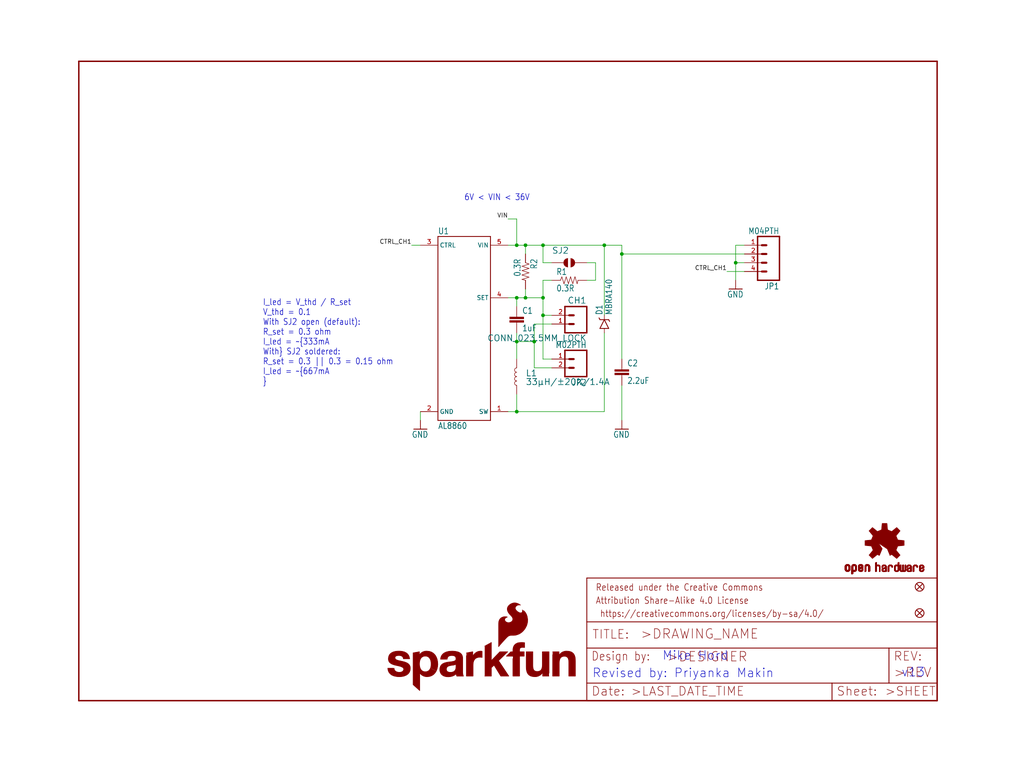
<source format=kicad_sch>
(kicad_sch (version 20211123) (generator eeschema)
  (paper "User" 297.002 223.926)
  (lib_symbols
    (symbol "schematicEagle-eagle-import:0.3OHM-1{slash}8W-1%(0805)"
      (property "Reference" "R" (at -3.81 1.4986 0))
      (property "Value" "0.3OHM-1{slash}8W-1%(0805)" (at -3.81 -3.302 0))
      (symbol "0.3OHM-1{slash}8W-1%(0805)_1_0"
        (pin passive line (at -5.08 0 0) (length 2.54) (name "1") (number "1"))
        (pin passive line (at 5.08 0 180) (length 2.54) (name "2") (number "2"))
      )
    )
    (symbol "schematicEagle-eagle-import:1.0UF50V10%(1206)"
      (property "Reference" "C" (at 1.524 2.921 0))
      (property "Value" "1.0UF50V10%(1206)" (at 1.524 -2.159 0))
      (symbol "1.0UF50V10%(1206)_1_0"
        (pin passive line (at 0 5.08 270) (length 2.54) (name "1") (number "1"))
        (pin passive line (at 0 -2.54 90) (length 2.54) (name "2") (number "2"))
      )
    )
    (symbol "schematicEagle-eagle-import:2.2UF50V10%(1206)"
      (property "Reference" "C" (at 1.524 2.921 0))
      (property "Value" "2.2UF50V10%(1206)" (at 1.524 -2.159 0))
      (symbol "2.2UF50V10%(1206)_1_0"
        (pin passive line (at 0 5.08 270) (length 2.54) (name "1") (number "1"))
        (pin passive line (at 0 -2.54 90) (length 2.54) (name "2") (number "2"))
      )
    )
    (symbol "schematicEagle-eagle-import:AL8860"
      (property "Value" "AL8860" (at -7.62 -35.56 0))
      (symbol "AL8860_1_0"
        (pin bidirectional line (at 12.7 -30.48 180) (length 5.08) (name "SW") (number "1"))
        (pin bidirectional line (at -12.7 -30.48 0) (length 5.08) (name "GND") (number "2"))
        (pin bidirectional line (at -12.7 17.78 0) (length 5.08) (name "CTRL") (number "3"))
        (pin bidirectional line (at 12.7 2.54 180) (length 5.08) (name "SET") (number "4"))
        (pin bidirectional line (at 12.7 17.78 180) (length 5.08) (name "VIN") (number "5"))
      )
    )
    (symbol "schematicEagle-eagle-import:CONN_023.5MM_LOCK"
      (property "Reference" "J" (at -2.54 5.588 0))
      (property "Value" "CONN_023.5MM_LOCK" (at -2.54 -4.826 0))
      (symbol "CONN_023.5MM_LOCK_1_0"
        (pin passive line (at 7.62 0 180) (length 5.08) (name "1") (number "1"))
        (pin passive line (at 7.62 2.54 180) (length 5.08) (name "2") (number "2"))
      )
    )
    (symbol "schematicEagle-eagle-import:DIODE-SCHOTTKY-MBRA140"
      (property "Reference" "D" (at 2.54 0.4826 0))
      (property "Value" "DIODE-SCHOTTKY-MBRA140" (at 2.54 -2.3114 0))
      (symbol "DIODE-SCHOTTKY-MBRA140_1_0"
        (pin passive line (at -2.54 0 0) (length 0) (name "A") (number "A"))
        (pin passive line (at 2.54 0 180) (length 0) (name "C") (number "C"))
      )
    )
    (symbol "schematicEagle-eagle-import:FIDUCIAL1X2")
    (symbol "schematicEagle-eagle-import:FRAME-LETTER"
      (symbol "FRAME-LETTER_2_0"
        (text " https://creativecommons.org/licenses/by-sa/4.0/" (at 2.54 24.13 0) (effects (font (size 1.9304 1.6408)) (justify left bottom)))
        (text ">DESIGNER" (at 23.114 11.176 0) (effects (font (size 2.7432 2.7432)) (justify left bottom)))
        (text ">DRAWING_NAME" (at 15.494 17.78 0) (effects (font (size 2.7432 2.7432)) (justify left bottom)))
        (text ">LAST_DATE_TIME" (at 12.7 1.27 0) (effects (font (size 2.54 2.54)) (justify left bottom)))
        (text ">REV" (at 88.9 6.604 0) (effects (font (size 2.7432 2.7432)) (justify left bottom)))
        (text ">SHEET" (at 86.36 1.27 0) (effects (font (size 2.54 2.54)) (justify left bottom)))
        (text "Attribution Share-Alike 4.0 License" (at 2.54 27.94 0) (effects (font (size 1.9304 1.6408)) (justify left bottom)))
        (text "Date:" (at 1.27 1.27 0) (effects (font (size 2.54 2.54)) (justify left bottom)))
        (text "Design by:" (at 1.27 11.43 0) (effects (font (size 2.54 2.159)) (justify left bottom)))
        (text "Released under the Creative Commons" (at 2.54 31.75 0) (effects (font (size 1.9304 1.6408)) (justify left bottom)))
        (text "REV:" (at 88.9 11.43 0) (effects (font (size 2.54 2.54)) (justify left bottom)))
        (text "Sheet:" (at 72.39 1.27 0) (effects (font (size 2.54 2.54)) (justify left bottom)))
        (text "TITLE:" (at 1.524 17.78 0) (effects (font (size 2.54 2.54)) (justify left bottom)))
      )
    )
    (symbol "schematicEagle-eagle-import:GND" (power)
      (property "Value" "GND" (at 0 -0.254 0))
      (symbol "GND_1_0"
        (pin power_in line (at 0 2.54 270) (length 2.54) (name "GND") (number "1"))
      )
    )
    (symbol "schematicEagle-eagle-import:INDUCTOR-SRN6045-33UH"
      (property "Reference" "L" (at 1.27 2.54 0))
      (property "Value" "INDUCTOR-SRN6045-33UH" (at 1.27 -2.54 0))
      (symbol "INDUCTOR-SRN6045-33UH_1_0"
        (pin passive line (at 0 5.08 270) (length 2.54) (name "1") (number "1"))
        (pin passive line (at 0 -5.08 90) (length 2.54) (name "2") (number "2"))
      )
    )
    (symbol "schematicEagle-eagle-import:JUMPER-SMT_2_NO_NO-SILK"
      (property "Reference" "JP" (at 0 2.794 0))
      (property "Value" "JUMPER-SMT_2_NO_NO-SILK" (at 0 -2.794 0))
      (symbol "JUMPER-SMT_2_NO_NO-SILK_1_0"
        (pin passive line (at -5.08 0 0) (length 2.54) (name "1") (number "1"))
        (pin passive line (at 5.08 0 180) (length 2.54) (name "2") (number "2"))
      )
    )
    (symbol "schematicEagle-eagle-import:M02PTH"
      (property "Reference" "JP" (at -2.54 5.842 0))
      (property "Value" "M02PTH" (at -2.54 -5.08 0))
      (symbol "M02PTH_1_0"
        (pin passive line (at 7.62 0 180) (length 5.08) (name "1") (number "1"))
        (pin passive line (at 7.62 2.54 180) (length 5.08) (name "2") (number "2"))
      )
    )
    (symbol "schematicEagle-eagle-import:M04PTH"
      (property "Reference" "JP" (at -5.08 8.382 0))
      (property "Value" "M04PTH" (at -5.08 -7.62 0))
      (symbol "M04PTH_1_0"
        (pin passive line (at 5.08 -2.54 180) (length 5.08) (name "1") (number "1"))
        (pin passive line (at 5.08 0 180) (length 5.08) (name "2") (number "2"))
        (pin passive line (at 5.08 2.54 180) (length 5.08) (name "3") (number "3"))
        (pin passive line (at 5.08 5.08 180) (length 5.08) (name "4") (number "4"))
      )
    )
    (symbol "schematicEagle-eagle-import:OSHW-LOGOS")
    (symbol "schematicEagle-eagle-import:SFE_LOGO_NAME_FLAME.1_INCH")
  )
  (junction (at 154.94 99.06))
  (junction (at 157.48 91.44))
  (junction (at 149.86 86.36))
  (junction (at 149.86 71.12))
  (junction (at 175.26 71.12))
  (junction (at 157.48 71.12))
  (junction (at 152.4 86.36))
  (junction (at 180.34 73.66))
  (junction (at 157.48 86.36))
  (junction (at 213.36 76.2))
  (junction (at 152.4 71.12))
  (junction (at 149.86 119.38))
  (junction (at 149.86 99.06))
  (wire (pts (xy 149.86 119.38) (xy 149.86 114.3)))
  (wire (pts (xy 149.86 71.12) (xy 149.86 63.5)))
  (wire (pts (xy 121.92 121.92) (xy 121.92 119.38)))
  (wire (pts (xy 175.26 119.38) (xy 175.26 96.52)))
  (wire (pts (xy 147.32 71.12) (xy 149.86 71.12)))
  (wire (pts (xy 157.48 86.36) (xy 157.48 91.44)))
  (wire (pts (xy 147.32 119.38) (xy 149.86 119.38)))
  (wire (pts (xy 172.72 76.2) (xy 170.18 76.2)))
  (wire (pts (xy 180.34 73.66) (xy 180.34 104.14)))
  (wire (pts (xy 152.4 73.66) (xy 152.4 71.12)))
  (wire (pts (xy 172.72 81.28) (xy 172.72 76.2)))
  (wire (pts (xy 175.26 91.44) (xy 175.26 71.12)))
  (wire (pts (xy 149.86 96.52) (xy 149.86 99.06)))
  (wire (pts (xy 213.36 81.28) (xy 213.36 76.2)))
  (wire (pts (xy 149.86 88.9) (xy 149.86 86.36)))
  (wire (pts (xy 149.86 99.06) (xy 149.86 104.14)))
  (wire (pts (xy 149.86 86.36) (xy 152.4 86.36)))
  (wire (pts (xy 213.36 71.12) (xy 215.9 71.12)))
  (wire (pts (xy 157.48 104.14) (xy 160.02 104.14)))
  (wire (pts (xy 152.4 71.12) (xy 157.48 71.12)))
  (wire (pts (xy 213.36 76.2) (xy 213.36 71.12)))
  (wire (pts (xy 152.4 83.82) (xy 152.4 86.36)))
  (wire (pts (xy 160.02 106.68) (xy 154.94 106.68)))
  (wire (pts (xy 121.92 71.12) (xy 119.38 71.12)))
  (wire (pts (xy 215.9 76.2) (xy 213.36 76.2)))
  (wire (pts (xy 180.34 111.76) (xy 180.34 121.92)))
  (wire (pts (xy 154.94 99.06) (xy 149.86 99.06)))
  (wire (pts (xy 170.18 81.28) (xy 172.72 81.28)))
  (wire (pts (xy 157.48 71.12) (xy 175.26 71.12)))
  (wire (pts (xy 157.48 91.44) (xy 160.02 91.44)))
  (wire (pts (xy 154.94 99.06) (xy 154.94 93.98)))
  (wire (pts (xy 175.26 71.12) (xy 180.34 71.12)))
  (wire (pts (xy 152.4 86.36) (xy 157.48 86.36)))
  (wire (pts (xy 157.48 86.36) (xy 157.48 81.28)))
  (wire (pts (xy 157.48 91.44) (xy 157.48 104.14)))
  (wire (pts (xy 149.86 71.12) (xy 152.4 71.12)))
  (wire (pts (xy 154.94 106.68) (xy 154.94 99.06)))
  (wire (pts (xy 157.48 76.2) (xy 157.48 71.12)))
  (wire (pts (xy 215.9 78.74) (xy 210.82 78.74)))
  (wire (pts (xy 215.9 73.66) (xy 180.34 73.66)))
  (wire (pts (xy 147.32 86.36) (xy 149.86 86.36)))
  (wire (pts (xy 149.86 63.5) (xy 147.32 63.5)))
  (wire (pts (xy 149.86 119.38) (xy 175.26 119.38)))
  (wire (pts (xy 160.02 76.2) (xy 157.48 76.2)))
  (wire (pts (xy 157.48 81.28) (xy 160.02 81.28)))
  (wire (pts (xy 180.34 71.12) (xy 180.34 73.66)))
  (wire (pts (xy 154.94 93.98) (xy 160.02 93.98)))
  (text "v13" (at 261.366 196.596 180) (effects (font (size 2.54 2.54)) (justify left bottom)))
  (text "Revised by: Priyanka Makin" (at 171.704 196.85 180) (effects (font (size 2.54 2.54)) (justify left bottom)))
  (text "6V < VIN < 36V" (at 134.62 58.42 180) (effects (font (size 1.778 1.5113)) (justify left bottom)))
  (text "I_led = V_thd / R_set\nV_thd = 0.1\nWith SJ2 open (default):\nR_set = 0.3 ohm\nI_led = ~{333mA\nWith} SJ2 soldered:\nR_set = 0.3 || 0.3 = 0.15 ohm\nI_led = ~{667mA\n}" (at 76.2 111.76 0) (effects (font (size 1.778 1.5113)) (justify left bottom)))
  (text "Mike Hord" (at 192.024 191.77 180) (effects (font (size 2.54 2.54)) (justify left bottom)))
  (label "CTRL_CH1" (at 210.82 78.74 180) (effects (font (size 1.2446 1.2446))))
  (label "CTRL_CH1" (at 119.38 71.12 180) (effects (font (size 1.2446 1.2446))))
  (label "VIN" (at 147.32 63.5 180) (effects (font (size 1.2446 1.2446))))
  (symbol (lib_id "schematicEagle-eagle-import:FRAME-LETTER") (at 22.86 203.2 0) (unit 1)
    (property "Reference" "FRAME1" (effects hide))
    (property "Value" "FRAME-LETTER" (effects hide))
    (property "Footprint" "schematicEagle:CREATIVE_COMMONS" (effects hide))
  )
  (symbol (lib_id "schematicEagle-eagle-import:FIDUCIAL1X2") (at 266.7 177.8 0) (unit 1)
    (property "Reference" "FID2" (effects hide))
    (property "Value" "FIDUCIAL1X2" (effects hide))
    (property "Footprint" "schematicEagle:FIDUCIAL-1X2" (effects hide))
  )
  (symbol (lib_id "schematicEagle-eagle-import:GND") (at 213.36 83.82 0) (unit 1)
    (property "Reference" "#GND1" (effects hide))
    (property "Value" "GND" (at 210.82 86.36 0) (effects (font (size 1.778 1.5113)) (justify left bottom)))
    (property "Footprint" "schematicEagle:" (effects hide))
  )
  (symbol (lib_id "schematicEagle-eagle-import:0.3OHM-1{slash}8W-1%(0805)") (at 152.4 78.74 270) (unit 1)
    (property "Reference" "R2" (at 153.8986 74.93 0) (effects (font (size 1.778 1.5113)) (justify left bottom)))
    (property "Value" "0.3R" (at 149.098 74.93 0) (effects (font (size 1.778 1.5113)) (justify left bottom)))
    (property "Footprint" "schematicEagle:0805" (effects hide))
  )
  (symbol (lib_id "schematicEagle-eagle-import:2.2UF50V10%(1206)") (at 180.34 109.22 0) (unit 1)
    (property "Reference" "C2" (at 181.864 106.299 0) (effects (font (size 1.778 1.5113)) (justify left bottom)))
    (property "Value" "2.2uF" (at 181.864 111.379 0) (effects (font (size 1.778 1.5113)) (justify left bottom)))
    (property "Footprint" "schematicEagle:1206-CAP" (effects hide))
  )
  (symbol (lib_id "schematicEagle-eagle-import:OSHW-LOGOS") (at 256.54 157.48 0) (unit 1)
    (property "Reference" "LOGO1" (effects hide))
    (property "Value" "OSHW-LOGOS" (effects hide))
    (property "Footprint" "schematicEagle:OSHW-LOGO-S" (effects hide))
  )
  (symbol (lib_id "schematicEagle-eagle-import:DIODE-SCHOTTKY-MBRA140") (at 175.26 93.98 90) (unit 1)
    (property "Reference" "D1" (at 174.7774 91.44 0) (effects (font (size 1.778 1.5113)) (justify left bottom)))
    (property "Value" "MBRA140" (at 177.5714 91.44 0) (effects (font (size 1.778 1.5113)) (justify left bottom)))
    (property "Footprint" "schematicEagle:SMA-DIODE" (effects hide))
  )
  (symbol (lib_id "schematicEagle-eagle-import:GND") (at 121.92 124.46 0) (unit 1)
    (property "Reference" "#GND6" (effects hide))
    (property "Value" "GND" (at 119.38 127 0) (effects (font (size 1.778 1.5113)) (justify left bottom)))
    (property "Footprint" "schematicEagle:" (effects hide))
  )
  (symbol (lib_id "schematicEagle-eagle-import:AL8860") (at 134.62 88.9 0) (unit 1)
    (property "Reference" "U1" (at 127 66.04 0) (effects (font (size 1.778 1.5113)) (justify left top)))
    (property "Value" "AL8860" (at 127 124.46 0) (effects (font (size 1.778 1.5113)) (justify left bottom)))
    (property "Footprint" "schematicEagle:SOT23-5" (effects hide))
  )
  (symbol (lib_id "schematicEagle-eagle-import:CONN_023.5MM_LOCK") (at 167.64 93.98 0) (mirror y) (unit 1)
    (property "Reference" "CH1" (at 170.18 88.138 0) (effects (font (size 1.778 1.778)) (justify left bottom)))
    (property "Value" "CONN_023.5MM_LOCK" (at 170.18 99.06 0) (effects (font (size 1.778 1.778)) (justify left bottom)))
    (property "Footprint" "schematicEagle:SCREWTERMINAL-3.5MM-2_LOCK" (effects hide))
  )
  (symbol (lib_id "schematicEagle-eagle-import:FIDUCIAL1X2") (at 266.7 170.18 0) (unit 1)
    (property "Reference" "FID1" (effects hide))
    (property "Value" "FIDUCIAL1X2" (effects hide))
    (property "Footprint" "schematicEagle:FIDUCIAL-1X2" (effects hide))
  )
  (symbol (lib_id "schematicEagle-eagle-import:INDUCTOR-SRN6045-33UH") (at 149.86 109.22 180) (unit 1)
    (property "Reference" "L1" (at 152.4 109.22 0) (effects (font (size 1.778 1.778)) (justify right top)))
    (property "Value" "33µH/±20%/1.4A" (at 152.4 111.76 0) (effects (font (size 1.778 1.778)) (justify right top)))
    (property "Footprint" "schematicEagle:SRN6045" (effects hide))
  )
  (symbol (lib_id "schematicEagle-eagle-import:M02PTH") (at 167.64 104.14 180) (unit 1)
    (property "Reference" "JP2" (at 170.18 109.982 0) (effects (font (size 1.778 1.5113)) (justify left bottom)))
    (property "Value" "M02PTH" (at 170.18 99.06 0) (effects (font (size 1.778 1.5113)) (justify left bottom)))
    (property "Footprint" "schematicEagle:1X02@1" (effects hide))
  )
  (symbol (lib_id "schematicEagle-eagle-import:1.0UF50V10%(1206)") (at 149.86 93.98 0) (unit 1)
    (property "Reference" "C1" (at 151.384 91.059 0) (effects (font (size 1.778 1.5113)) (justify left bottom)))
    (property "Value" "1uF" (at 151.384 96.139 0) (effects (font (size 1.778 1.5113)) (justify left bottom)))
    (property "Footprint" "schematicEagle:1206-CAP" (effects hide))
  )
  (symbol (lib_id "schematicEagle-eagle-import:0.3OHM-1{slash}8W-1%(0805)") (at 165.1 81.28 0) (unit 1)
    (property "Reference" "R1" (at 161.29 79.7814 0) (effects (font (size 1.778 1.5113)) (justify left bottom)))
    (property "Value" "0.3R" (at 161.29 84.582 0) (effects (font (size 1.778 1.5113)) (justify left bottom)))
    (property "Footprint" "schematicEagle:0805" (effects hide))
  )
  (symbol (lib_id "schematicEagle-eagle-import:FRAME-LETTER") (at 170.18 203.2 0) (unit 2)
    (property "Reference" "FRAME1" (effects hide))
    (property "Value" "FRAME-LETTER" (effects hide))
    (property "Footprint" "schematicEagle:CREATIVE_COMMONS" (effects hide))
  )
  (symbol (lib_id "schematicEagle-eagle-import:M04PTH") (at 220.98 73.66 180) (unit 1)
    (property "Reference" "JP1" (at 226.06 82.042 0) (effects (font (size 1.778 1.5113)) (justify left bottom)))
    (property "Value" "M04PTH" (at 226.06 66.04 0) (effects (font (size 1.778 1.5113)) (justify left bottom)))
    (property "Footprint" "schematicEagle:1X04" (effects hide))
  )
  (symbol (lib_id "schematicEagle-eagle-import:JUMPER-SMT_2_NO_NO-SILK") (at 165.1 76.2 0) (unit 1)
    (property "Reference" "SJ2" (at 160.02 73.66 0) (effects (font (size 1.778 1.778)) (justify left bottom)))
    (property "Value" "NO Jumper" (effects hide))
    (property "Footprint" "schematicEagle:SMT-JUMPER_2_NO_NO-SILK" (effects hide))
  )
  (symbol (lib_id "schematicEagle-eagle-import:SFE_LOGO_NAME_FLAME.1_INCH") (at 111.76 200.66 0) (unit 1)
    (property "Reference" "LOGO2" (effects hide))
    (property "Value" "SFE_LOGO_NAME_FLAME.1_INCH" (effects hide))
    (property "Footprint" "schematicEagle:SFE_LOGO_NAME_FLAME_.1" (effects hide))
  )
  (symbol (lib_id "schematicEagle-eagle-import:GND") (at 180.34 124.46 0) (unit 1)
    (property "Reference" "#GND13" (effects hide))
    (property "Value" "GND" (at 177.8 127 0) (effects (font (size 1.778 1.5113)) (justify left bottom)))
    (property "Footprint" "schematicEagle:" (effects hide))
  )
)
</source>
